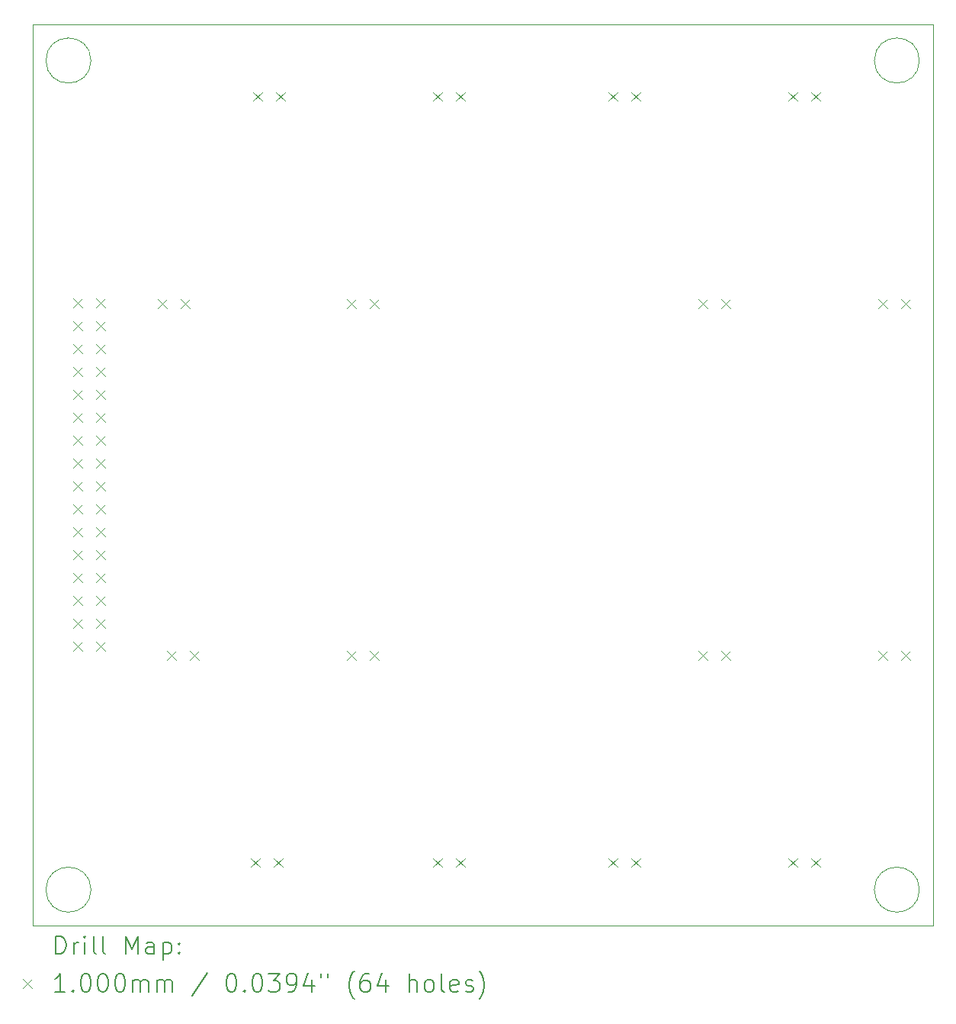
<source format=gbr>
%TF.GenerationSoftware,KiCad,Pcbnew,8.0.6*%
%TF.CreationDate,2025-01-23T15:09:17-05:00*%
%TF.ProjectId,MagneticActuationBoard,4d61676e-6574-4696-9341-637475617469,rev?*%
%TF.SameCoordinates,Original*%
%TF.FileFunction,Drillmap*%
%TF.FilePolarity,Positive*%
%FSLAX45Y45*%
G04 Gerber Fmt 4.5, Leading zero omitted, Abs format (unit mm)*
G04 Created by KiCad (PCBNEW 8.0.6) date 2025-01-23 15:09:17*
%MOMM*%
%LPD*%
G01*
G04 APERTURE LIST*
%ADD10C,0.100000*%
%ADD11C,0.050000*%
%ADD12C,0.200000*%
G04 APERTURE END LIST*
D10*
X13750000Y-5900000D02*
G75*
G02*
X13250000Y-5900000I-250000J0D01*
G01*
X13250000Y-5900000D02*
G75*
G02*
X13750000Y-5900000I250000J0D01*
G01*
X22950000Y-5900000D02*
G75*
G02*
X22450000Y-5900000I-250000J0D01*
G01*
X22450000Y-5900000D02*
G75*
G02*
X22950000Y-5900000I250000J0D01*
G01*
X13750000Y-15100000D02*
G75*
G02*
X13250000Y-15100000I-250000J0D01*
G01*
X13250000Y-15100000D02*
G75*
G02*
X13750000Y-15100000I250000J0D01*
G01*
X22950000Y-15100000D02*
G75*
G02*
X22450000Y-15100000I-250000J0D01*
G01*
X22450000Y-15100000D02*
G75*
G02*
X22950000Y-15100000I250000J0D01*
G01*
D11*
X13100000Y-5500000D02*
X23100000Y-5500000D01*
X23100000Y-15500000D01*
X13100000Y-15500000D01*
X13100000Y-5500000D01*
D12*
D10*
X13550000Y-8540000D02*
X13650000Y-8640000D01*
X13650000Y-8540000D02*
X13550000Y-8640000D01*
X13550000Y-8794000D02*
X13650000Y-8894000D01*
X13650000Y-8794000D02*
X13550000Y-8894000D01*
X13550000Y-9048000D02*
X13650000Y-9148000D01*
X13650000Y-9048000D02*
X13550000Y-9148000D01*
X13550000Y-9302000D02*
X13650000Y-9402000D01*
X13650000Y-9302000D02*
X13550000Y-9402000D01*
X13550000Y-9556000D02*
X13650000Y-9656000D01*
X13650000Y-9556000D02*
X13550000Y-9656000D01*
X13550000Y-9810000D02*
X13650000Y-9910000D01*
X13650000Y-9810000D02*
X13550000Y-9910000D01*
X13550000Y-10064000D02*
X13650000Y-10164000D01*
X13650000Y-10064000D02*
X13550000Y-10164000D01*
X13550000Y-10318000D02*
X13650000Y-10418000D01*
X13650000Y-10318000D02*
X13550000Y-10418000D01*
X13550000Y-10572000D02*
X13650000Y-10672000D01*
X13650000Y-10572000D02*
X13550000Y-10672000D01*
X13550000Y-10826000D02*
X13650000Y-10926000D01*
X13650000Y-10826000D02*
X13550000Y-10926000D01*
X13550000Y-11080000D02*
X13650000Y-11180000D01*
X13650000Y-11080000D02*
X13550000Y-11180000D01*
X13550000Y-11334000D02*
X13650000Y-11434000D01*
X13650000Y-11334000D02*
X13550000Y-11434000D01*
X13550000Y-11588000D02*
X13650000Y-11688000D01*
X13650000Y-11588000D02*
X13550000Y-11688000D01*
X13550000Y-11842000D02*
X13650000Y-11942000D01*
X13650000Y-11842000D02*
X13550000Y-11942000D01*
X13550000Y-12096000D02*
X13650000Y-12196000D01*
X13650000Y-12096000D02*
X13550000Y-12196000D01*
X13550000Y-12350000D02*
X13650000Y-12450000D01*
X13650000Y-12350000D02*
X13550000Y-12450000D01*
X13804000Y-8540000D02*
X13904000Y-8640000D01*
X13904000Y-8540000D02*
X13804000Y-8640000D01*
X13804000Y-8794000D02*
X13904000Y-8894000D01*
X13904000Y-8794000D02*
X13804000Y-8894000D01*
X13804000Y-9048000D02*
X13904000Y-9148000D01*
X13904000Y-9048000D02*
X13804000Y-9148000D01*
X13804000Y-9302000D02*
X13904000Y-9402000D01*
X13904000Y-9302000D02*
X13804000Y-9402000D01*
X13804000Y-9556000D02*
X13904000Y-9656000D01*
X13904000Y-9556000D02*
X13804000Y-9656000D01*
X13804000Y-9810000D02*
X13904000Y-9910000D01*
X13904000Y-9810000D02*
X13804000Y-9910000D01*
X13804000Y-10064000D02*
X13904000Y-10164000D01*
X13904000Y-10064000D02*
X13804000Y-10164000D01*
X13804000Y-10318000D02*
X13904000Y-10418000D01*
X13904000Y-10318000D02*
X13804000Y-10418000D01*
X13804000Y-10572000D02*
X13904000Y-10672000D01*
X13904000Y-10572000D02*
X13804000Y-10672000D01*
X13804000Y-10826000D02*
X13904000Y-10926000D01*
X13904000Y-10826000D02*
X13804000Y-10926000D01*
X13804000Y-11080000D02*
X13904000Y-11180000D01*
X13904000Y-11080000D02*
X13804000Y-11180000D01*
X13804000Y-11334000D02*
X13904000Y-11434000D01*
X13904000Y-11334000D02*
X13804000Y-11434000D01*
X13804000Y-11588000D02*
X13904000Y-11688000D01*
X13904000Y-11588000D02*
X13804000Y-11688000D01*
X13804000Y-11842000D02*
X13904000Y-11942000D01*
X13904000Y-11842000D02*
X13804000Y-11942000D01*
X13804000Y-12096000D02*
X13904000Y-12196000D01*
X13904000Y-12096000D02*
X13804000Y-12196000D01*
X13804000Y-12350000D02*
X13904000Y-12450000D01*
X13904000Y-12350000D02*
X13804000Y-12450000D01*
X14496000Y-8550000D02*
X14596000Y-8650000D01*
X14596000Y-8550000D02*
X14496000Y-8650000D01*
X14596000Y-12450000D02*
X14696000Y-12550000D01*
X14696000Y-12450000D02*
X14596000Y-12550000D01*
X14750000Y-8550000D02*
X14850000Y-8650000D01*
X14850000Y-8550000D02*
X14750000Y-8650000D01*
X14850000Y-12450000D02*
X14950000Y-12550000D01*
X14950000Y-12450000D02*
X14850000Y-12550000D01*
X15526667Y-14750000D02*
X15626667Y-14850000D01*
X15626667Y-14750000D02*
X15526667Y-14850000D01*
X15550000Y-6250000D02*
X15650000Y-6350000D01*
X15650000Y-6250000D02*
X15550000Y-6350000D01*
X15780667Y-14750000D02*
X15880667Y-14850000D01*
X15880667Y-14750000D02*
X15780667Y-14850000D01*
X15804000Y-6250000D02*
X15904000Y-6350000D01*
X15904000Y-6250000D02*
X15804000Y-6350000D01*
X16596000Y-8550000D02*
X16696000Y-8650000D01*
X16696000Y-8550000D02*
X16596000Y-8650000D01*
X16596000Y-12450000D02*
X16696000Y-12550000D01*
X16696000Y-12450000D02*
X16596000Y-12550000D01*
X16850000Y-8550000D02*
X16950000Y-8650000D01*
X16950000Y-8550000D02*
X16850000Y-8650000D01*
X16850000Y-12450000D02*
X16950000Y-12550000D01*
X16950000Y-12450000D02*
X16850000Y-12550000D01*
X17550000Y-6250000D02*
X17650000Y-6350000D01*
X17650000Y-6250000D02*
X17550000Y-6350000D01*
X17550000Y-14750000D02*
X17650000Y-14850000D01*
X17650000Y-14750000D02*
X17550000Y-14850000D01*
X17804000Y-6250000D02*
X17904000Y-6350000D01*
X17904000Y-6250000D02*
X17804000Y-6350000D01*
X17804000Y-14750000D02*
X17904000Y-14850000D01*
X17904000Y-14750000D02*
X17804000Y-14850000D01*
X19496000Y-6250000D02*
X19596000Y-6350000D01*
X19596000Y-6250000D02*
X19496000Y-6350000D01*
X19496000Y-14750000D02*
X19596000Y-14850000D01*
X19596000Y-14750000D02*
X19496000Y-14850000D01*
X19750000Y-6250000D02*
X19850000Y-6350000D01*
X19850000Y-6250000D02*
X19750000Y-6350000D01*
X19750000Y-14750000D02*
X19850000Y-14850000D01*
X19850000Y-14750000D02*
X19750000Y-14850000D01*
X20496000Y-8550000D02*
X20596000Y-8650000D01*
X20596000Y-8550000D02*
X20496000Y-8650000D01*
X20496000Y-12450000D02*
X20596000Y-12550000D01*
X20596000Y-12450000D02*
X20496000Y-12550000D01*
X20750000Y-8550000D02*
X20850000Y-8650000D01*
X20850000Y-8550000D02*
X20750000Y-8650000D01*
X20750000Y-12450000D02*
X20850000Y-12550000D01*
X20850000Y-12450000D02*
X20750000Y-12550000D01*
X21496000Y-6250000D02*
X21596000Y-6350000D01*
X21596000Y-6250000D02*
X21496000Y-6350000D01*
X21496000Y-14750000D02*
X21596000Y-14850000D01*
X21596000Y-14750000D02*
X21496000Y-14850000D01*
X21750000Y-6250000D02*
X21850000Y-6350000D01*
X21850000Y-6250000D02*
X21750000Y-6350000D01*
X21750000Y-14750000D02*
X21850000Y-14850000D01*
X21850000Y-14750000D02*
X21750000Y-14850000D01*
X22496000Y-8550000D02*
X22596000Y-8650000D01*
X22596000Y-8550000D02*
X22496000Y-8650000D01*
X22496000Y-12450000D02*
X22596000Y-12550000D01*
X22596000Y-12450000D02*
X22496000Y-12550000D01*
X22750000Y-8550000D02*
X22850000Y-8650000D01*
X22850000Y-8550000D02*
X22750000Y-8650000D01*
X22750000Y-12450000D02*
X22850000Y-12550000D01*
X22850000Y-12450000D02*
X22750000Y-12550000D01*
D12*
X13358277Y-15813984D02*
X13358277Y-15613984D01*
X13358277Y-15613984D02*
X13405896Y-15613984D01*
X13405896Y-15613984D02*
X13434467Y-15623508D01*
X13434467Y-15623508D02*
X13453515Y-15642555D01*
X13453515Y-15642555D02*
X13463039Y-15661603D01*
X13463039Y-15661603D02*
X13472562Y-15699698D01*
X13472562Y-15699698D02*
X13472562Y-15728269D01*
X13472562Y-15728269D02*
X13463039Y-15766365D01*
X13463039Y-15766365D02*
X13453515Y-15785412D01*
X13453515Y-15785412D02*
X13434467Y-15804460D01*
X13434467Y-15804460D02*
X13405896Y-15813984D01*
X13405896Y-15813984D02*
X13358277Y-15813984D01*
X13558277Y-15813984D02*
X13558277Y-15680650D01*
X13558277Y-15718746D02*
X13567801Y-15699698D01*
X13567801Y-15699698D02*
X13577324Y-15690174D01*
X13577324Y-15690174D02*
X13596372Y-15680650D01*
X13596372Y-15680650D02*
X13615420Y-15680650D01*
X13682086Y-15813984D02*
X13682086Y-15680650D01*
X13682086Y-15613984D02*
X13672562Y-15623508D01*
X13672562Y-15623508D02*
X13682086Y-15633031D01*
X13682086Y-15633031D02*
X13691610Y-15623508D01*
X13691610Y-15623508D02*
X13682086Y-15613984D01*
X13682086Y-15613984D02*
X13682086Y-15633031D01*
X13805896Y-15813984D02*
X13786848Y-15804460D01*
X13786848Y-15804460D02*
X13777324Y-15785412D01*
X13777324Y-15785412D02*
X13777324Y-15613984D01*
X13910658Y-15813984D02*
X13891610Y-15804460D01*
X13891610Y-15804460D02*
X13882086Y-15785412D01*
X13882086Y-15785412D02*
X13882086Y-15613984D01*
X14139229Y-15813984D02*
X14139229Y-15613984D01*
X14139229Y-15613984D02*
X14205896Y-15756841D01*
X14205896Y-15756841D02*
X14272562Y-15613984D01*
X14272562Y-15613984D02*
X14272562Y-15813984D01*
X14453515Y-15813984D02*
X14453515Y-15709222D01*
X14453515Y-15709222D02*
X14443991Y-15690174D01*
X14443991Y-15690174D02*
X14424943Y-15680650D01*
X14424943Y-15680650D02*
X14386848Y-15680650D01*
X14386848Y-15680650D02*
X14367801Y-15690174D01*
X14453515Y-15804460D02*
X14434467Y-15813984D01*
X14434467Y-15813984D02*
X14386848Y-15813984D01*
X14386848Y-15813984D02*
X14367801Y-15804460D01*
X14367801Y-15804460D02*
X14358277Y-15785412D01*
X14358277Y-15785412D02*
X14358277Y-15766365D01*
X14358277Y-15766365D02*
X14367801Y-15747317D01*
X14367801Y-15747317D02*
X14386848Y-15737793D01*
X14386848Y-15737793D02*
X14434467Y-15737793D01*
X14434467Y-15737793D02*
X14453515Y-15728269D01*
X14548753Y-15680650D02*
X14548753Y-15880650D01*
X14548753Y-15690174D02*
X14567801Y-15680650D01*
X14567801Y-15680650D02*
X14605896Y-15680650D01*
X14605896Y-15680650D02*
X14624943Y-15690174D01*
X14624943Y-15690174D02*
X14634467Y-15699698D01*
X14634467Y-15699698D02*
X14643991Y-15718746D01*
X14643991Y-15718746D02*
X14643991Y-15775888D01*
X14643991Y-15775888D02*
X14634467Y-15794936D01*
X14634467Y-15794936D02*
X14624943Y-15804460D01*
X14624943Y-15804460D02*
X14605896Y-15813984D01*
X14605896Y-15813984D02*
X14567801Y-15813984D01*
X14567801Y-15813984D02*
X14548753Y-15804460D01*
X14729705Y-15794936D02*
X14739229Y-15804460D01*
X14739229Y-15804460D02*
X14729705Y-15813984D01*
X14729705Y-15813984D02*
X14720182Y-15804460D01*
X14720182Y-15804460D02*
X14729705Y-15794936D01*
X14729705Y-15794936D02*
X14729705Y-15813984D01*
X14729705Y-15690174D02*
X14739229Y-15699698D01*
X14739229Y-15699698D02*
X14729705Y-15709222D01*
X14729705Y-15709222D02*
X14720182Y-15699698D01*
X14720182Y-15699698D02*
X14729705Y-15690174D01*
X14729705Y-15690174D02*
X14729705Y-15709222D01*
D10*
X12997500Y-16092500D02*
X13097500Y-16192500D01*
X13097500Y-16092500D02*
X12997500Y-16192500D01*
D12*
X13463039Y-16233984D02*
X13348753Y-16233984D01*
X13405896Y-16233984D02*
X13405896Y-16033984D01*
X13405896Y-16033984D02*
X13386848Y-16062555D01*
X13386848Y-16062555D02*
X13367801Y-16081603D01*
X13367801Y-16081603D02*
X13348753Y-16091127D01*
X13548753Y-16214936D02*
X13558277Y-16224460D01*
X13558277Y-16224460D02*
X13548753Y-16233984D01*
X13548753Y-16233984D02*
X13539229Y-16224460D01*
X13539229Y-16224460D02*
X13548753Y-16214936D01*
X13548753Y-16214936D02*
X13548753Y-16233984D01*
X13682086Y-16033984D02*
X13701134Y-16033984D01*
X13701134Y-16033984D02*
X13720182Y-16043508D01*
X13720182Y-16043508D02*
X13729705Y-16053031D01*
X13729705Y-16053031D02*
X13739229Y-16072079D01*
X13739229Y-16072079D02*
X13748753Y-16110174D01*
X13748753Y-16110174D02*
X13748753Y-16157793D01*
X13748753Y-16157793D02*
X13739229Y-16195888D01*
X13739229Y-16195888D02*
X13729705Y-16214936D01*
X13729705Y-16214936D02*
X13720182Y-16224460D01*
X13720182Y-16224460D02*
X13701134Y-16233984D01*
X13701134Y-16233984D02*
X13682086Y-16233984D01*
X13682086Y-16233984D02*
X13663039Y-16224460D01*
X13663039Y-16224460D02*
X13653515Y-16214936D01*
X13653515Y-16214936D02*
X13643991Y-16195888D01*
X13643991Y-16195888D02*
X13634467Y-16157793D01*
X13634467Y-16157793D02*
X13634467Y-16110174D01*
X13634467Y-16110174D02*
X13643991Y-16072079D01*
X13643991Y-16072079D02*
X13653515Y-16053031D01*
X13653515Y-16053031D02*
X13663039Y-16043508D01*
X13663039Y-16043508D02*
X13682086Y-16033984D01*
X13872562Y-16033984D02*
X13891610Y-16033984D01*
X13891610Y-16033984D02*
X13910658Y-16043508D01*
X13910658Y-16043508D02*
X13920182Y-16053031D01*
X13920182Y-16053031D02*
X13929705Y-16072079D01*
X13929705Y-16072079D02*
X13939229Y-16110174D01*
X13939229Y-16110174D02*
X13939229Y-16157793D01*
X13939229Y-16157793D02*
X13929705Y-16195888D01*
X13929705Y-16195888D02*
X13920182Y-16214936D01*
X13920182Y-16214936D02*
X13910658Y-16224460D01*
X13910658Y-16224460D02*
X13891610Y-16233984D01*
X13891610Y-16233984D02*
X13872562Y-16233984D01*
X13872562Y-16233984D02*
X13853515Y-16224460D01*
X13853515Y-16224460D02*
X13843991Y-16214936D01*
X13843991Y-16214936D02*
X13834467Y-16195888D01*
X13834467Y-16195888D02*
X13824943Y-16157793D01*
X13824943Y-16157793D02*
X13824943Y-16110174D01*
X13824943Y-16110174D02*
X13834467Y-16072079D01*
X13834467Y-16072079D02*
X13843991Y-16053031D01*
X13843991Y-16053031D02*
X13853515Y-16043508D01*
X13853515Y-16043508D02*
X13872562Y-16033984D01*
X14063039Y-16033984D02*
X14082086Y-16033984D01*
X14082086Y-16033984D02*
X14101134Y-16043508D01*
X14101134Y-16043508D02*
X14110658Y-16053031D01*
X14110658Y-16053031D02*
X14120182Y-16072079D01*
X14120182Y-16072079D02*
X14129705Y-16110174D01*
X14129705Y-16110174D02*
X14129705Y-16157793D01*
X14129705Y-16157793D02*
X14120182Y-16195888D01*
X14120182Y-16195888D02*
X14110658Y-16214936D01*
X14110658Y-16214936D02*
X14101134Y-16224460D01*
X14101134Y-16224460D02*
X14082086Y-16233984D01*
X14082086Y-16233984D02*
X14063039Y-16233984D01*
X14063039Y-16233984D02*
X14043991Y-16224460D01*
X14043991Y-16224460D02*
X14034467Y-16214936D01*
X14034467Y-16214936D02*
X14024943Y-16195888D01*
X14024943Y-16195888D02*
X14015420Y-16157793D01*
X14015420Y-16157793D02*
X14015420Y-16110174D01*
X14015420Y-16110174D02*
X14024943Y-16072079D01*
X14024943Y-16072079D02*
X14034467Y-16053031D01*
X14034467Y-16053031D02*
X14043991Y-16043508D01*
X14043991Y-16043508D02*
X14063039Y-16033984D01*
X14215420Y-16233984D02*
X14215420Y-16100650D01*
X14215420Y-16119698D02*
X14224943Y-16110174D01*
X14224943Y-16110174D02*
X14243991Y-16100650D01*
X14243991Y-16100650D02*
X14272563Y-16100650D01*
X14272563Y-16100650D02*
X14291610Y-16110174D01*
X14291610Y-16110174D02*
X14301134Y-16129222D01*
X14301134Y-16129222D02*
X14301134Y-16233984D01*
X14301134Y-16129222D02*
X14310658Y-16110174D01*
X14310658Y-16110174D02*
X14329705Y-16100650D01*
X14329705Y-16100650D02*
X14358277Y-16100650D01*
X14358277Y-16100650D02*
X14377324Y-16110174D01*
X14377324Y-16110174D02*
X14386848Y-16129222D01*
X14386848Y-16129222D02*
X14386848Y-16233984D01*
X14482086Y-16233984D02*
X14482086Y-16100650D01*
X14482086Y-16119698D02*
X14491610Y-16110174D01*
X14491610Y-16110174D02*
X14510658Y-16100650D01*
X14510658Y-16100650D02*
X14539229Y-16100650D01*
X14539229Y-16100650D02*
X14558277Y-16110174D01*
X14558277Y-16110174D02*
X14567801Y-16129222D01*
X14567801Y-16129222D02*
X14567801Y-16233984D01*
X14567801Y-16129222D02*
X14577324Y-16110174D01*
X14577324Y-16110174D02*
X14596372Y-16100650D01*
X14596372Y-16100650D02*
X14624943Y-16100650D01*
X14624943Y-16100650D02*
X14643991Y-16110174D01*
X14643991Y-16110174D02*
X14653515Y-16129222D01*
X14653515Y-16129222D02*
X14653515Y-16233984D01*
X15043991Y-16024460D02*
X14872563Y-16281603D01*
X15301134Y-16033984D02*
X15320182Y-16033984D01*
X15320182Y-16033984D02*
X15339229Y-16043508D01*
X15339229Y-16043508D02*
X15348753Y-16053031D01*
X15348753Y-16053031D02*
X15358277Y-16072079D01*
X15358277Y-16072079D02*
X15367801Y-16110174D01*
X15367801Y-16110174D02*
X15367801Y-16157793D01*
X15367801Y-16157793D02*
X15358277Y-16195888D01*
X15358277Y-16195888D02*
X15348753Y-16214936D01*
X15348753Y-16214936D02*
X15339229Y-16224460D01*
X15339229Y-16224460D02*
X15320182Y-16233984D01*
X15320182Y-16233984D02*
X15301134Y-16233984D01*
X15301134Y-16233984D02*
X15282086Y-16224460D01*
X15282086Y-16224460D02*
X15272563Y-16214936D01*
X15272563Y-16214936D02*
X15263039Y-16195888D01*
X15263039Y-16195888D02*
X15253515Y-16157793D01*
X15253515Y-16157793D02*
X15253515Y-16110174D01*
X15253515Y-16110174D02*
X15263039Y-16072079D01*
X15263039Y-16072079D02*
X15272563Y-16053031D01*
X15272563Y-16053031D02*
X15282086Y-16043508D01*
X15282086Y-16043508D02*
X15301134Y-16033984D01*
X15453515Y-16214936D02*
X15463039Y-16224460D01*
X15463039Y-16224460D02*
X15453515Y-16233984D01*
X15453515Y-16233984D02*
X15443991Y-16224460D01*
X15443991Y-16224460D02*
X15453515Y-16214936D01*
X15453515Y-16214936D02*
X15453515Y-16233984D01*
X15586848Y-16033984D02*
X15605896Y-16033984D01*
X15605896Y-16033984D02*
X15624944Y-16043508D01*
X15624944Y-16043508D02*
X15634467Y-16053031D01*
X15634467Y-16053031D02*
X15643991Y-16072079D01*
X15643991Y-16072079D02*
X15653515Y-16110174D01*
X15653515Y-16110174D02*
X15653515Y-16157793D01*
X15653515Y-16157793D02*
X15643991Y-16195888D01*
X15643991Y-16195888D02*
X15634467Y-16214936D01*
X15634467Y-16214936D02*
X15624944Y-16224460D01*
X15624944Y-16224460D02*
X15605896Y-16233984D01*
X15605896Y-16233984D02*
X15586848Y-16233984D01*
X15586848Y-16233984D02*
X15567801Y-16224460D01*
X15567801Y-16224460D02*
X15558277Y-16214936D01*
X15558277Y-16214936D02*
X15548753Y-16195888D01*
X15548753Y-16195888D02*
X15539229Y-16157793D01*
X15539229Y-16157793D02*
X15539229Y-16110174D01*
X15539229Y-16110174D02*
X15548753Y-16072079D01*
X15548753Y-16072079D02*
X15558277Y-16053031D01*
X15558277Y-16053031D02*
X15567801Y-16043508D01*
X15567801Y-16043508D02*
X15586848Y-16033984D01*
X15720182Y-16033984D02*
X15843991Y-16033984D01*
X15843991Y-16033984D02*
X15777325Y-16110174D01*
X15777325Y-16110174D02*
X15805896Y-16110174D01*
X15805896Y-16110174D02*
X15824944Y-16119698D01*
X15824944Y-16119698D02*
X15834467Y-16129222D01*
X15834467Y-16129222D02*
X15843991Y-16148269D01*
X15843991Y-16148269D02*
X15843991Y-16195888D01*
X15843991Y-16195888D02*
X15834467Y-16214936D01*
X15834467Y-16214936D02*
X15824944Y-16224460D01*
X15824944Y-16224460D02*
X15805896Y-16233984D01*
X15805896Y-16233984D02*
X15748753Y-16233984D01*
X15748753Y-16233984D02*
X15729706Y-16224460D01*
X15729706Y-16224460D02*
X15720182Y-16214936D01*
X15939229Y-16233984D02*
X15977325Y-16233984D01*
X15977325Y-16233984D02*
X15996372Y-16224460D01*
X15996372Y-16224460D02*
X16005896Y-16214936D01*
X16005896Y-16214936D02*
X16024944Y-16186365D01*
X16024944Y-16186365D02*
X16034467Y-16148269D01*
X16034467Y-16148269D02*
X16034467Y-16072079D01*
X16034467Y-16072079D02*
X16024944Y-16053031D01*
X16024944Y-16053031D02*
X16015420Y-16043508D01*
X16015420Y-16043508D02*
X15996372Y-16033984D01*
X15996372Y-16033984D02*
X15958277Y-16033984D01*
X15958277Y-16033984D02*
X15939229Y-16043508D01*
X15939229Y-16043508D02*
X15929706Y-16053031D01*
X15929706Y-16053031D02*
X15920182Y-16072079D01*
X15920182Y-16072079D02*
X15920182Y-16119698D01*
X15920182Y-16119698D02*
X15929706Y-16138746D01*
X15929706Y-16138746D02*
X15939229Y-16148269D01*
X15939229Y-16148269D02*
X15958277Y-16157793D01*
X15958277Y-16157793D02*
X15996372Y-16157793D01*
X15996372Y-16157793D02*
X16015420Y-16148269D01*
X16015420Y-16148269D02*
X16024944Y-16138746D01*
X16024944Y-16138746D02*
X16034467Y-16119698D01*
X16205896Y-16100650D02*
X16205896Y-16233984D01*
X16158277Y-16024460D02*
X16110658Y-16167317D01*
X16110658Y-16167317D02*
X16234467Y-16167317D01*
X16301134Y-16033984D02*
X16301134Y-16072079D01*
X16377325Y-16033984D02*
X16377325Y-16072079D01*
X16672563Y-16310174D02*
X16663039Y-16300650D01*
X16663039Y-16300650D02*
X16643991Y-16272079D01*
X16643991Y-16272079D02*
X16634468Y-16253031D01*
X16634468Y-16253031D02*
X16624944Y-16224460D01*
X16624944Y-16224460D02*
X16615420Y-16176841D01*
X16615420Y-16176841D02*
X16615420Y-16138746D01*
X16615420Y-16138746D02*
X16624944Y-16091127D01*
X16624944Y-16091127D02*
X16634468Y-16062555D01*
X16634468Y-16062555D02*
X16643991Y-16043508D01*
X16643991Y-16043508D02*
X16663039Y-16014936D01*
X16663039Y-16014936D02*
X16672563Y-16005412D01*
X16834468Y-16033984D02*
X16796372Y-16033984D01*
X16796372Y-16033984D02*
X16777325Y-16043508D01*
X16777325Y-16043508D02*
X16767801Y-16053031D01*
X16767801Y-16053031D02*
X16748753Y-16081603D01*
X16748753Y-16081603D02*
X16739229Y-16119698D01*
X16739229Y-16119698D02*
X16739229Y-16195888D01*
X16739229Y-16195888D02*
X16748753Y-16214936D01*
X16748753Y-16214936D02*
X16758277Y-16224460D01*
X16758277Y-16224460D02*
X16777325Y-16233984D01*
X16777325Y-16233984D02*
X16815420Y-16233984D01*
X16815420Y-16233984D02*
X16834468Y-16224460D01*
X16834468Y-16224460D02*
X16843991Y-16214936D01*
X16843991Y-16214936D02*
X16853515Y-16195888D01*
X16853515Y-16195888D02*
X16853515Y-16148269D01*
X16853515Y-16148269D02*
X16843991Y-16129222D01*
X16843991Y-16129222D02*
X16834468Y-16119698D01*
X16834468Y-16119698D02*
X16815420Y-16110174D01*
X16815420Y-16110174D02*
X16777325Y-16110174D01*
X16777325Y-16110174D02*
X16758277Y-16119698D01*
X16758277Y-16119698D02*
X16748753Y-16129222D01*
X16748753Y-16129222D02*
X16739229Y-16148269D01*
X17024944Y-16100650D02*
X17024944Y-16233984D01*
X16977325Y-16024460D02*
X16929706Y-16167317D01*
X16929706Y-16167317D02*
X17053515Y-16167317D01*
X17282087Y-16233984D02*
X17282087Y-16033984D01*
X17367801Y-16233984D02*
X17367801Y-16129222D01*
X17367801Y-16129222D02*
X17358277Y-16110174D01*
X17358277Y-16110174D02*
X17339230Y-16100650D01*
X17339230Y-16100650D02*
X17310658Y-16100650D01*
X17310658Y-16100650D02*
X17291611Y-16110174D01*
X17291611Y-16110174D02*
X17282087Y-16119698D01*
X17491611Y-16233984D02*
X17472563Y-16224460D01*
X17472563Y-16224460D02*
X17463039Y-16214936D01*
X17463039Y-16214936D02*
X17453515Y-16195888D01*
X17453515Y-16195888D02*
X17453515Y-16138746D01*
X17453515Y-16138746D02*
X17463039Y-16119698D01*
X17463039Y-16119698D02*
X17472563Y-16110174D01*
X17472563Y-16110174D02*
X17491611Y-16100650D01*
X17491611Y-16100650D02*
X17520182Y-16100650D01*
X17520182Y-16100650D02*
X17539230Y-16110174D01*
X17539230Y-16110174D02*
X17548753Y-16119698D01*
X17548753Y-16119698D02*
X17558277Y-16138746D01*
X17558277Y-16138746D02*
X17558277Y-16195888D01*
X17558277Y-16195888D02*
X17548753Y-16214936D01*
X17548753Y-16214936D02*
X17539230Y-16224460D01*
X17539230Y-16224460D02*
X17520182Y-16233984D01*
X17520182Y-16233984D02*
X17491611Y-16233984D01*
X17672563Y-16233984D02*
X17653515Y-16224460D01*
X17653515Y-16224460D02*
X17643992Y-16205412D01*
X17643992Y-16205412D02*
X17643992Y-16033984D01*
X17824944Y-16224460D02*
X17805896Y-16233984D01*
X17805896Y-16233984D02*
X17767801Y-16233984D01*
X17767801Y-16233984D02*
X17748753Y-16224460D01*
X17748753Y-16224460D02*
X17739230Y-16205412D01*
X17739230Y-16205412D02*
X17739230Y-16129222D01*
X17739230Y-16129222D02*
X17748753Y-16110174D01*
X17748753Y-16110174D02*
X17767801Y-16100650D01*
X17767801Y-16100650D02*
X17805896Y-16100650D01*
X17805896Y-16100650D02*
X17824944Y-16110174D01*
X17824944Y-16110174D02*
X17834468Y-16129222D01*
X17834468Y-16129222D02*
X17834468Y-16148269D01*
X17834468Y-16148269D02*
X17739230Y-16167317D01*
X17910658Y-16224460D02*
X17929706Y-16233984D01*
X17929706Y-16233984D02*
X17967801Y-16233984D01*
X17967801Y-16233984D02*
X17986849Y-16224460D01*
X17986849Y-16224460D02*
X17996373Y-16205412D01*
X17996373Y-16205412D02*
X17996373Y-16195888D01*
X17996373Y-16195888D02*
X17986849Y-16176841D01*
X17986849Y-16176841D02*
X17967801Y-16167317D01*
X17967801Y-16167317D02*
X17939230Y-16167317D01*
X17939230Y-16167317D02*
X17920182Y-16157793D01*
X17920182Y-16157793D02*
X17910658Y-16138746D01*
X17910658Y-16138746D02*
X17910658Y-16129222D01*
X17910658Y-16129222D02*
X17920182Y-16110174D01*
X17920182Y-16110174D02*
X17939230Y-16100650D01*
X17939230Y-16100650D02*
X17967801Y-16100650D01*
X17967801Y-16100650D02*
X17986849Y-16110174D01*
X18063039Y-16310174D02*
X18072563Y-16300650D01*
X18072563Y-16300650D02*
X18091611Y-16272079D01*
X18091611Y-16272079D02*
X18101134Y-16253031D01*
X18101134Y-16253031D02*
X18110658Y-16224460D01*
X18110658Y-16224460D02*
X18120182Y-16176841D01*
X18120182Y-16176841D02*
X18120182Y-16138746D01*
X18120182Y-16138746D02*
X18110658Y-16091127D01*
X18110658Y-16091127D02*
X18101134Y-16062555D01*
X18101134Y-16062555D02*
X18091611Y-16043508D01*
X18091611Y-16043508D02*
X18072563Y-16014936D01*
X18072563Y-16014936D02*
X18063039Y-16005412D01*
M02*

</source>
